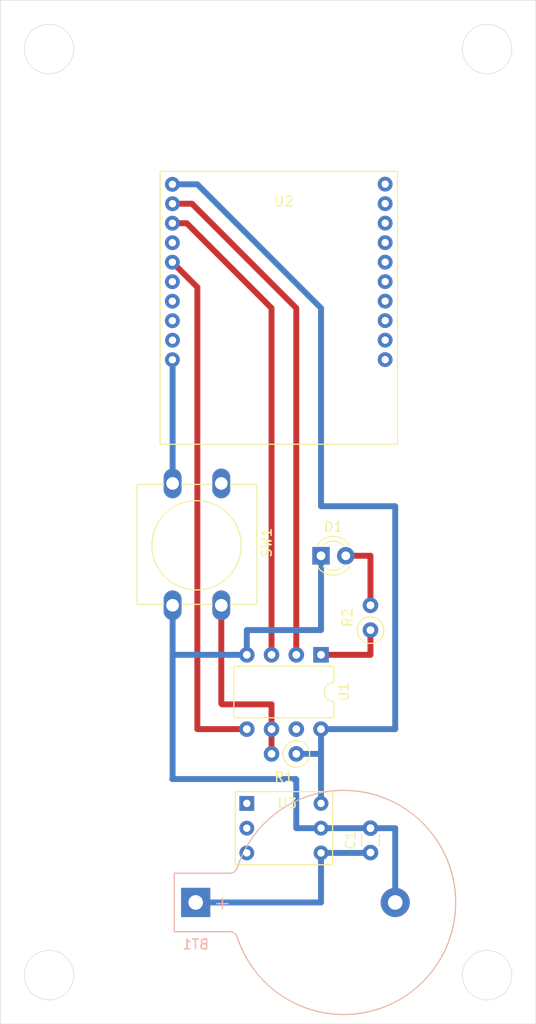
<source format=kicad_pcb>
(kicad_pcb (version 20171130) (host pcbnew "(5.1.10)-1")

  (general
    (thickness 1.6)
    (drawings 8)
    (tracks 48)
    (zones 0)
    (modules 9)
    (nets 29)
  )

  (page A4)
  (layers
    (0 F.Cu signal)
    (31 B.Cu signal)
    (32 B.Adhes user)
    (33 F.Adhes user)
    (34 B.Paste user)
    (35 F.Paste user)
    (36 B.SilkS user)
    (37 F.SilkS user)
    (38 B.Mask user)
    (39 F.Mask user)
    (40 Dwgs.User user)
    (41 Cmts.User user)
    (42 Eco1.User user)
    (43 Eco2.User user)
    (44 Edge.Cuts user)
    (45 Margin user)
    (46 B.CrtYd user)
    (47 F.CrtYd user)
    (48 B.Fab user)
    (49 F.Fab user)
  )

  (setup
    (last_trace_width 0.6096)
    (user_trace_width 0.508)
    (user_trace_width 0.6096)
    (trace_clearance 0.2)
    (zone_clearance 0.508)
    (zone_45_only no)
    (trace_min 0.2)
    (via_size 0.8)
    (via_drill 0.4)
    (via_min_size 0.4)
    (via_min_drill 0.3)
    (uvia_size 0.3)
    (uvia_drill 0.1)
    (uvias_allowed no)
    (uvia_min_size 0.2)
    (uvia_min_drill 0.1)
    (edge_width 0.05)
    (segment_width 0.2)
    (pcb_text_width 0.3)
    (pcb_text_size 1.5 1.5)
    (mod_edge_width 0.12)
    (mod_text_size 1 1)
    (mod_text_width 0.15)
    (pad_size 1.524 1.524)
    (pad_drill 0.762)
    (pad_to_mask_clearance 0)
    (aux_axis_origin 0 0)
    (grid_origin 53.34 152.4)
    (visible_elements 7FFFFFFF)
    (pcbplotparams
      (layerselection 0x010fc_ffffffff)
      (usegerberextensions false)
      (usegerberattributes true)
      (usegerberadvancedattributes true)
      (creategerberjobfile true)
      (excludeedgelayer true)
      (linewidth 0.100000)
      (plotframeref false)
      (viasonmask false)
      (mode 1)
      (useauxorigin false)
      (hpglpennumber 1)
      (hpglpenspeed 20)
      (hpglpendiameter 15.000000)
      (psnegative false)
      (psa4output false)
      (plotreference true)
      (plotvalue true)
      (plotinvisibletext false)
      (padsonsilk false)
      (subtractmaskfromsilk false)
      (outputformat 1)
      (mirror false)
      (drillshape 1)
      (scaleselection 1)
      (outputdirectory ""))
  )

  (net 0 "")
  (net 1 GND)
  (net 2 +3V3)
  (net 3 /TX)
  (net 4 /RX)
  (net 5 /RESET)
  (net 6 +BATT)
  (net 7 "Net-(D1-Pad2)")
  (net 8 /BTN1)
  (net 9 /LED1)
  (net 10 "Net-(U1-Pad7)")
  (net 11 "Net-(U2-Pad4)")
  (net 12 "Net-(U2-Pad6)")
  (net 13 "Net-(U2-Pad7)")
  (net 14 "Net-(U2-Pad8)")
  (net 15 "Net-(U2-Pad9)")
  (net 16 "Net-(U2-Pad11)")
  (net 17 "Net-(U2-Pad12)")
  (net 18 "Net-(U2-Pad13)")
  (net 19 "Net-(U2-Pad14)")
  (net 20 "Net-(U2-Pad15)")
  (net 21 "Net-(U2-Pad16)")
  (net 22 "Net-(U2-Pad17)")
  (net 23 "Net-(U2-Pad18)")
  (net 24 "Net-(U2-Pad19)")
  (net 25 "Net-(U2-Pad20)")
  (net 26 "Net-(U3-Pad3)")
  (net 27 "Net-(U3-Pad2)")
  (net 28 "Net-(U3-Pad1)")

  (net_class Default "これはデフォルトのネット クラスです。"
    (clearance 0.2)
    (trace_width 0.25)
    (via_dia 0.8)
    (via_drill 0.4)
    (uvia_dia 0.3)
    (uvia_drill 0.1)
    (add_net +3V3)
    (add_net +BATT)
    (add_net /BTN1)
    (add_net /LED1)
    (add_net /RESET)
    (add_net /RX)
    (add_net /TX)
    (add_net GND)
    (add_net "Net-(D1-Pad2)")
    (add_net "Net-(U1-Pad7)")
    (add_net "Net-(U2-Pad11)")
    (add_net "Net-(U2-Pad12)")
    (add_net "Net-(U2-Pad13)")
    (add_net "Net-(U2-Pad14)")
    (add_net "Net-(U2-Pad15)")
    (add_net "Net-(U2-Pad16)")
    (add_net "Net-(U2-Pad17)")
    (add_net "Net-(U2-Pad18)")
    (add_net "Net-(U2-Pad19)")
    (add_net "Net-(U2-Pad20)")
    (add_net "Net-(U2-Pad4)")
    (add_net "Net-(U2-Pad6)")
    (add_net "Net-(U2-Pad7)")
    (add_net "Net-(U2-Pad8)")
    (add_net "Net-(U2-Pad9)")
    (add_net "Net-(U3-Pad1)")
    (add_net "Net-(U3-Pad2)")
    (add_net "Net-(U3-Pad3)")
  )

  (module Battery:BatteryHolder_Keystone_103_1x20mm (layer B.Cu) (tedit 5787C32C) (tstamp 6105DA38)
    (at 68.41 154.94)
    (descr http://www.keyelco.com/product-pdf.cfm?p=719)
    (tags "Keystone type 103 battery holder")
    (path /60FEA297)
    (fp_text reference BT1 (at 0 4.3) (layer B.SilkS)
      (effects (font (size 1 1) (thickness 0.15)) (justify mirror))
    )
    (fp_text value Battery_Cell (at 15 -13) (layer B.Fab)
      (effects (font (size 1 1) (thickness 0.15)) (justify mirror))
    )
    (fp_arc (start -1.7 2.5) (end -2.1 2.5) (angle -90) (layer B.Fab) (width 0.1))
    (fp_arc (start -1.7 -2.5) (end -2.1 -2.5) (angle 90) (layer B.Fab) (width 0.1))
    (fp_arc (start 16.2 0) (end 16.2 1.3) (angle -180) (layer B.Fab) (width 0.1))
    (fp_arc (start 3.5 3.8) (end 3.5 2.9) (angle 70) (layer B.Fab) (width 0.1))
    (fp_arc (start 15.2 0) (end 5.2 1.3) (angle -180) (layer B.Fab) (width 0.1))
    (fp_arc (start 15.2 0) (end 9 1.3) (angle -170) (layer B.Fab) (width 0.1))
    (fp_arc (start 15.2 0) (end 13.3 1.3) (angle -150) (layer B.Fab) (width 0.1))
    (fp_arc (start 15.2 0) (end 13.3 -1.3) (angle 150) (layer B.Fab) (width 0.1))
    (fp_arc (start 15.2 0) (end 9 -1.3) (angle 170) (layer B.Fab) (width 0.1))
    (fp_arc (start 15.2 0) (end 5.2 -1.3) (angle 180) (layer B.Fab) (width 0.1))
    (fp_arc (start 15.2 0) (end 4.35 3.5) (angle -162.5) (layer B.Fab) (width 0.1))
    (fp_arc (start 15.2 0) (end 4.35 -3.5) (angle 162.5) (layer B.Fab) (width 0.1))
    (fp_arc (start 3.5 -3.8) (end 3.5 -2.9) (angle -70) (layer B.Fab) (width 0.1))
    (fp_arc (start 3.5 3.8) (end 3.5 3) (angle 70) (layer B.SilkS) (width 0.12))
    (fp_arc (start 15.2 0) (end 4.25 3.5) (angle -162.5) (layer B.SilkS) (width 0.12))
    (fp_arc (start 3.5 -3.8) (end 3.5 -3) (angle -70) (layer B.SilkS) (width 0.12))
    (fp_arc (start 15.2 0) (end 4.25 -3.5) (angle 162.5) (layer B.SilkS) (width 0.12))
    (fp_arc (start 3.5 3.8) (end 3.5 3.25) (angle 70) (layer B.CrtYd) (width 0.05))
    (fp_arc (start 3.5 -3.8) (end 3.5 -3.25) (angle -70) (layer B.CrtYd) (width 0.05))
    (fp_arc (start 15.2 0) (end 4.01 3.6) (angle -162.5) (layer B.CrtYd) (width 0.05))
    (fp_arc (start 15.2 0) (end 4.01 -3.6) (angle 162.5) (layer B.CrtYd) (width 0.05))
    (fp_text user %R (at 0 0) (layer B.Fab)
      (effects (font (size 1 1) (thickness 0.15)) (justify mirror))
    )
    (fp_text user + (at 2.75 0) (layer B.SilkS)
      (effects (font (size 1.5 1.5) (thickness 0.15)) (justify mirror))
    )
    (fp_line (start -2.45 3.25) (end 3.5 3.25) (layer B.CrtYd) (width 0.05))
    (fp_line (start -2.45 -3.25) (end 3.5 -3.25) (layer B.CrtYd) (width 0.05))
    (fp_line (start -2.45 -3.25) (end -2.45 3.25) (layer B.CrtYd) (width 0.05))
    (fp_line (start -2.2 3) (end 3.5 3) (layer B.SilkS) (width 0.12))
    (fp_line (start -2.2 -3) (end -2.2 3) (layer B.SilkS) (width 0.12))
    (fp_line (start -2.2 -3) (end 3.5 -3) (layer B.SilkS) (width 0.12))
    (fp_line (start 23.5712 -7.7216) (end 22.6568 -6.8834) (layer B.Fab) (width 0.1))
    (fp_line (start 23.5712 7.7216) (end 22.6314 6.858) (layer B.Fab) (width 0.1))
    (fp_line (start 3.5306 2.9) (end -1.7 2.9) (layer B.Fab) (width 0.1))
    (fp_line (start -1.7 -2.9) (end 3.5306 -2.9) (layer B.Fab) (width 0.1))
    (fp_line (start -2.1 2.5) (end -2.1 -2.5) (layer B.Fab) (width 0.1))
    (fp_line (start 0 -1.3) (end 16.2 -1.3) (layer B.Fab) (width 0.1))
    (fp_line (start 16.2 1.3) (end 0 1.3) (layer B.Fab) (width 0.1))
    (fp_line (start 0 1.3) (end 0 -1.3) (layer B.Fab) (width 0.1))
    (pad 1 thru_hole rect (at 0 0) (size 3 3) (drill 1.5) (layers *.Cu *.Mask)
      (net 6 +BATT))
    (pad 2 thru_hole circle (at 20.49 0) (size 3 3) (drill 1.5) (layers *.Cu *.Mask)
      (net 1 GND))
    (model ${KISYS3DMOD}/Battery.3dshapes/BatteryHolder_Keystone_103_1x20mm.wrl
      (at (xyz 0 0 0))
      (scale (xyz 1 1 1))
      (rotate (xyz 0 0 0))
    )
  )

  (module em920:AE-XCL102D333CR-G (layer F.Cu) (tedit 61056A98) (tstamp 6105D24D)
    (at 73.66 144.78)
    (path /6105883F)
    (fp_text reference U3 (at 4.15 0) (layer F.SilkS)
      (effects (font (size 1 1) (thickness 0.15)))
    )
    (fp_text value AE-XCL102D333CR-G (at 3.81 -2.54) (layer F.Fab) hide
      (effects (font (size 1 1) (thickness 0.15)))
    )
    (fp_line (start -1.19 -1.21) (end 8.81 -1.21) (layer F.SilkS) (width 0.12))
    (fp_line (start 8.81 -1.21) (end 8.81 6.29) (layer F.SilkS) (width 0.12))
    (fp_line (start 8.81 6.29) (end -1.19 6.29) (layer F.SilkS) (width 0.12))
    (fp_line (start -1.19 6.29) (end -1.19 -1.21) (layer F.SilkS) (width 0.12))
    (pad 6 thru_hole circle (at 7.62 0) (size 1.524 1.524) (drill 0.762) (layers *.Cu *.Mask)
      (net 2 +3V3))
    (pad 5 thru_hole circle (at 7.62 2.54) (size 1.524 1.524) (drill 0.762) (layers *.Cu *.Mask)
      (net 1 GND))
    (pad 4 thru_hole circle (at 7.62 5.08) (size 1.524 1.524) (drill 0.762) (layers *.Cu *.Mask)
      (net 6 +BATT))
    (pad 3 thru_hole circle (at 0 5.08) (size 1.524 1.524) (drill 0.762) (layers *.Cu *.Mask)
      (net 26 "Net-(U3-Pad3)"))
    (pad 2 thru_hole circle (at 0 2.54) (size 1.524 1.524) (drill 0.762) (layers *.Cu *.Mask)
      (net 27 "Net-(U3-Pad2)"))
    (pad 1 thru_hole rect (at 0 0) (size 1.524 1.524) (drill 0.762) (layers *.Cu *.Mask)
      (net 28 "Net-(U3-Pad1)"))
  )

  (module Capacitor_THT:C_Disc_D3.0mm_W1.6mm_P2.50mm (layer F.Cu) (tedit 5AE50EF0) (tstamp 60FD4C77)
    (at 86.36 149.82 90)
    (descr "C, Disc series, Radial, pin pitch=2.50mm, , diameter*width=3.0*1.6mm^2, Capacitor, http://www.vishay.com/docs/45233/krseries.pdf")
    (tags "C Disc series Radial pin pitch 2.50mm  diameter 3.0mm width 1.6mm Capacitor")
    (path /60FF4567)
    (fp_text reference C1 (at 1.25 -2.05 90) (layer F.SilkS)
      (effects (font (size 1 1) (thickness 0.15)))
    )
    (fp_text value 0.1uF (at 1.25 2.05 90) (layer F.Fab)
      (effects (font (size 1 1) (thickness 0.15)))
    )
    (fp_line (start 3.55 -1.05) (end -1.05 -1.05) (layer F.CrtYd) (width 0.05))
    (fp_line (start 3.55 1.05) (end 3.55 -1.05) (layer F.CrtYd) (width 0.05))
    (fp_line (start -1.05 1.05) (end 3.55 1.05) (layer F.CrtYd) (width 0.05))
    (fp_line (start -1.05 -1.05) (end -1.05 1.05) (layer F.CrtYd) (width 0.05))
    (fp_line (start 0.621 0.92) (end 1.879 0.92) (layer F.SilkS) (width 0.12))
    (fp_line (start 0.621 -0.92) (end 1.879 -0.92) (layer F.SilkS) (width 0.12))
    (fp_line (start 2.75 -0.8) (end -0.25 -0.8) (layer F.Fab) (width 0.1))
    (fp_line (start 2.75 0.8) (end 2.75 -0.8) (layer F.Fab) (width 0.1))
    (fp_line (start -0.25 0.8) (end 2.75 0.8) (layer F.Fab) (width 0.1))
    (fp_line (start -0.25 -0.8) (end -0.25 0.8) (layer F.Fab) (width 0.1))
    (fp_text user %R (at 1.25 0.04 90) (layer F.Fab)
      (effects (font (size 0.6 0.6) (thickness 0.09)))
    )
    (pad 2 thru_hole circle (at 2.5 0 90) (size 1.6 1.6) (drill 0.8) (layers *.Cu *.Mask)
      (net 1 GND))
    (pad 1 thru_hole circle (at 0 0 90) (size 1.6 1.6) (drill 0.8) (layers *.Cu *.Mask)
      (net 6 +BATT))
    (model ${KISYS3DMOD}/Capacitor_THT.3dshapes/C_Disc_D3.0mm_W1.6mm_P2.50mm.wrl
      (at (xyz 0 0 0))
      (scale (xyz 1 1 1))
      (rotate (xyz 0 0 0))
    )
  )

  (module em920:TY92SS (layer F.Cu) (tedit 60FF40D4) (tstamp 61012565)
    (at 64.77 107.929212)
    (path /61021B87)
    (fp_text reference U2 (at 12.688327 -24.888823) (layer F.SilkS)
      (effects (font (size 1 1) (thickness 0.15)))
    )
    (fp_text value TY92SS (at 12.688327 -26.658823) (layer F.Fab)
      (effects (font (size 1 1) (thickness 0.15)))
    )
    (fp_line (start -0.011673 -27.988823) (end 24.368327 -27.988823) (layer F.SilkS) (width 0.12))
    (fp_line (start -0.011673 0.011177) (end 24.368327 0.011177) (layer F.SilkS) (width 0.12))
    (fp_line (start 24.368327 0.011177) (end 24.368327 -27.988823) (layer F.SilkS) (width 0.12))
    (fp_line (start -0.011673 -27.988823) (end -0.011673 0.011177) (layer F.SilkS) (width 0.12))
    (fp_line (start 2.15 -0.4) (end 22.15 -0.4) (layer Dwgs.User) (width 0.12))
    (fp_line (start 22.15 -0.4) (end 22.15 -39.9) (layer Dwgs.User) (width 0.12))
    (fp_line (start 22.15 -39.9) (end 2.15 -39.9) (layer Dwgs.User) (width 0.12))
    (fp_line (start 2.15 -39.9) (end 2.15 -0.4) (layer Dwgs.User) (width 0.12))
    (fp_line (start 9 -4.9) (end 9 -1.6) (layer Dwgs.User) (width 0.12))
    (fp_line (start 9 -1.6) (end 15.3 -1.6) (layer Dwgs.User) (width 0.12))
    (fp_line (start 15.3 -1.6) (end 15.3 -4.9) (layer Dwgs.User) (width 0.12))
    (fp_line (start 15.3 -4.9) (end 9 -4.9) (layer Dwgs.User) (width 0.12))
    (fp_line (start 12.15 -1.75) (end 12.15 -4.75) (layer Dwgs.User) (width 0.12))
    (fp_line (start 9.15 -3.25) (end 15.15 -3.25) (layer Dwgs.User) (width 0.12))
    (pad 1 thru_hole circle (at 1.245498 -26.649212) (size 1.524 1.524) (drill 0.762) (layers *.Cu *.Mask)
      (net 2 +3V3))
    (pad 2 thru_hole circle (at 1.258327 -24.658823) (size 1.524 1.524) (drill 0.762) (layers *.Cu *.Mask)
      (net 4 /RX))
    (pad 3 thru_hole circle (at 1.245498 -22.658823) (size 1.524 1.524) (drill 0.762) (layers *.Cu *.Mask)
      (net 3 /TX))
    (pad 4 thru_hole circle (at 1.245498 -20.658823) (size 1.524 1.524) (drill 0.762) (layers *.Cu *.Mask)
      (net 11 "Net-(U2-Pad4)"))
    (pad 5 thru_hole circle (at 1.245498 -18.658823) (size 1.524 1.524) (drill 0.762) (layers *.Cu *.Mask)
      (net 5 /RESET))
    (pad 6 thru_hole circle (at 1.245498 -16.658823) (size 1.524 1.524) (drill 0.762) (layers *.Cu *.Mask)
      (net 12 "Net-(U2-Pad6)"))
    (pad 7 thru_hole circle (at 1.245498 -14.658823) (size 1.524 1.524) (drill 0.762) (layers *.Cu *.Mask)
      (net 13 "Net-(U2-Pad7)"))
    (pad 8 thru_hole circle (at 1.245498 -12.658823) (size 1.524 1.524) (drill 0.762) (layers *.Cu *.Mask)
      (net 14 "Net-(U2-Pad8)"))
    (pad 9 thru_hole circle (at 1.258327 -10.658823) (size 1.524 1.524) (drill 0.762) (layers *.Cu *.Mask)
      (net 15 "Net-(U2-Pad9)"))
    (pad 10 thru_hole circle (at 1.245498 -8.658823) (size 1.524 1.524) (drill 0.762) (layers *.Cu *.Mask)
      (net 1 GND))
    (pad 11 thru_hole circle (at 23.096293 -8.667154) (size 1.524 1.524) (drill 0.762) (layers *.Cu *.Mask)
      (net 16 "Net-(U2-Pad11)"))
    (pad 12 thru_hole circle (at 23.096293 -10.667154) (size 1.524 1.524) (drill 0.762) (layers *.Cu *.Mask)
      (net 17 "Net-(U2-Pad12)"))
    (pad 13 thru_hole circle (at 23.096293 -12.667154) (size 1.524 1.524) (drill 0.762) (layers *.Cu *.Mask)
      (net 18 "Net-(U2-Pad13)"))
    (pad 14 thru_hole circle (at 23.096293 -14.667154) (size 1.524 1.524) (drill 0.762) (layers *.Cu *.Mask)
      (net 19 "Net-(U2-Pad14)"))
    (pad 15 thru_hole circle (at 23.096293 -16.667154) (size 1.524 1.524) (drill 0.762) (layers *.Cu *.Mask)
      (net 20 "Net-(U2-Pad15)"))
    (pad 16 thru_hole circle (at 23.096293 -18.667154) (size 1.524 1.524) (drill 0.762) (layers *.Cu *.Mask)
      (net 21 "Net-(U2-Pad16)"))
    (pad 17 thru_hole circle (at 23.096293 -20.667154) (size 1.524 1.524) (drill 0.762) (layers *.Cu *.Mask)
      (net 22 "Net-(U2-Pad17)"))
    (pad 18 thru_hole circle (at 23.096293 -22.667154) (size 1.524 1.524) (drill 0.762) (layers *.Cu *.Mask)
      (net 23 "Net-(U2-Pad18)"))
    (pad 19 thru_hole circle (at 23.096293 -24.667154) (size 1.524 1.524) (drill 0.762) (layers *.Cu *.Mask)
      (net 24 "Net-(U2-Pad19)"))
    (pad 20 thru_hole circle (at 23.096293 -26.667154) (size 1.524 1.524) (drill 0.762) (layers *.Cu *.Mask)
      (net 25 "Net-(U2-Pad20)"))
  )

  (module Resistor_THT:R_Axial_DIN0207_L6.3mm_D2.5mm_P2.54mm_Vertical (layer F.Cu) (tedit 5AE5139B) (tstamp 60FFFF35)
    (at 86.36 127 90)
    (descr "Resistor, Axial_DIN0207 series, Axial, Vertical, pin pitch=2.54mm, 0.25W = 1/4W, length*diameter=6.3*2.5mm^2, http://cdn-reichelt.de/documents/datenblatt/B400/1_4W%23YAG.pdf")
    (tags "Resistor Axial_DIN0207 series Axial Vertical pin pitch 2.54mm 0.25W = 1/4W length 6.3mm diameter 2.5mm")
    (path /60FD87B4)
    (fp_text reference R2 (at 1.27 -2.37 90) (layer F.SilkS)
      (effects (font (size 1 1) (thickness 0.15)))
    )
    (fp_text value R (at 1.27 2.37 90) (layer F.Fab)
      (effects (font (size 1 1) (thickness 0.15)))
    )
    (fp_line (start 3.59 -1.5) (end -1.5 -1.5) (layer F.CrtYd) (width 0.05))
    (fp_line (start 3.59 1.5) (end 3.59 -1.5) (layer F.CrtYd) (width 0.05))
    (fp_line (start -1.5 1.5) (end 3.59 1.5) (layer F.CrtYd) (width 0.05))
    (fp_line (start -1.5 -1.5) (end -1.5 1.5) (layer F.CrtYd) (width 0.05))
    (fp_line (start 1.37 0) (end 1.44 0) (layer F.SilkS) (width 0.12))
    (fp_line (start 0 0) (end 2.54 0) (layer F.Fab) (width 0.1))
    (fp_circle (center 0 0) (end 1.37 0) (layer F.SilkS) (width 0.12))
    (fp_circle (center 0 0) (end 1.25 0) (layer F.Fab) (width 0.1))
    (fp_text user %R (at 1.27 -2.37 90) (layer F.Fab)
      (effects (font (size 1 1) (thickness 0.15)))
    )
    (pad 2 thru_hole oval (at 2.54 0 90) (size 1.6 1.6) (drill 0.8) (layers *.Cu *.Mask)
      (net 7 "Net-(D1-Pad2)"))
    (pad 1 thru_hole circle (at 0 0 90) (size 1.6 1.6) (drill 0.8) (layers *.Cu *.Mask)
      (net 9 /LED1))
    (model ${KISYS3DMOD}/Resistor_THT.3dshapes/R_Axial_DIN0207_L6.3mm_D2.5mm_P2.54mm_Vertical.wrl
      (at (xyz 0 0 0))
      (scale (xyz 1 1 1))
      (rotate (xyz 0 0 0))
    )
  )

  (module Button_Switch_THT:SW_PUSH-12mm (layer F.Cu) (tedit 5D160D14) (tstamp 610032F1)
    (at 71.04 111.96 270)
    (descr "SW PUSH 12mm https://www.e-switch.com/system/asset/product_line/data_sheet/143/TL1100.pdf")
    (tags "tact sw push 12mm")
    (path /6102EB4C)
    (fp_text reference SW1 (at 6.08 -4.66 90) (layer F.SilkS)
      (effects (font (size 1 1) (thickness 0.15)))
    )
    (fp_text value SW_Push (at 6.62 9.93 90) (layer F.Fab)
      (effects (font (size 1 1) (thickness 0.15)))
    )
    (fp_line (start 0.25 8.5) (end 12.25 8.5) (layer F.Fab) (width 0.1))
    (fp_line (start 0.25 -3.5) (end 12.25 -3.5) (layer F.Fab) (width 0.1))
    (fp_line (start 12.25 -3.5) (end 12.25 8.5) (layer F.Fab) (width 0.1))
    (fp_line (start 0.1 -3.65) (end 12.4 -3.65) (layer F.SilkS) (width 0.12))
    (fp_line (start 12.4 0.93) (end 12.4 4.07) (layer F.SilkS) (width 0.12))
    (fp_line (start 12.4 8.65) (end 0.1 8.65) (layer F.SilkS) (width 0.12))
    (fp_line (start 0.1 -0.93) (end 0.1 -3.65) (layer F.SilkS) (width 0.12))
    (fp_line (start -1.77 -3.75) (end 14.25 -3.75) (layer F.CrtYd) (width 0.05))
    (fp_line (start -1.77 -3.75) (end -1.77 8.75) (layer F.CrtYd) (width 0.05))
    (fp_line (start 14.25 8.75) (end 14.25 -3.75) (layer F.CrtYd) (width 0.05))
    (fp_line (start 14.25 8.75) (end -1.77 8.75) (layer F.CrtYd) (width 0.05))
    (fp_circle (center 6.35 2.54) (end 10.16 5.08) (layer F.SilkS) (width 0.12))
    (fp_line (start 0.25 -3.5) (end 0.25 8.5) (layer F.Fab) (width 0.1))
    (fp_line (start 0.1 8.65) (end 0.1 5.93) (layer F.SilkS) (width 0.12))
    (fp_line (start 0.1 4.07) (end 0.1 0.93) (layer F.SilkS) (width 0.12))
    (fp_line (start 12.4 5.93) (end 12.4 8.65) (layer F.SilkS) (width 0.12))
    (fp_line (start 12.4 -3.65) (end 12.4 -0.93) (layer F.SilkS) (width 0.12))
    (fp_text user %R (at 6.35 2.54 90) (layer F.Fab)
      (effects (font (size 1 1) (thickness 0.15)))
    )
    (pad 2 thru_hole oval (at 0 5 270) (size 3.048 1.85) (drill 1.3) (layers *.Cu *.Mask)
      (net 1 GND))
    (pad 1 thru_hole oval (at 0 0 270) (size 3.048 1.85) (drill 1.3) (layers *.Cu *.Mask)
      (net 8 /BTN1))
    (pad 2 thru_hole oval (at 12.5 5 270) (size 3.048 1.85) (drill 1.3) (layers *.Cu *.Mask)
      (net 1 GND))
    (pad 1 thru_hole oval (at 12.5 0 270) (size 3.048 1.85) (drill 1.3) (layers *.Cu *.Mask)
      (net 8 /BTN1))
    (model ${KISYS3DMOD}/Button_Switch_THT.3dshapes/SW_PUSH-12mm.wrl
      (at (xyz 0 0 0))
      (scale (xyz 1 1 1))
      (rotate (xyz 0 0 0))
    )
  )

  (module LED_THT:LED_D3.0mm_FlatTop (layer F.Cu) (tedit 5880A862) (tstamp 60FFFF17)
    (at 81.28 119.38)
    (descr "LED, Round, FlatTop, diameter 3.0mm, 2 pins, http://www.kingbright.com/attachments/file/psearch/000/00/00/L-47XEC(Ver.9A).pdf")
    (tags "LED Round FlatTop diameter 3.0mm 2 pins")
    (path /6102F5AF)
    (fp_text reference D1 (at 1.27 -2.96) (layer F.SilkS)
      (effects (font (size 1 1) (thickness 0.15)))
    )
    (fp_text value LED (at 1.27 2.96 180) (layer F.Fab)
      (effects (font (size 1 1) (thickness 0.15)))
    )
    (fp_line (start 3.7 -2.25) (end -1.15 -2.25) (layer F.CrtYd) (width 0.05))
    (fp_line (start 3.7 2.25) (end 3.7 -2.25) (layer F.CrtYd) (width 0.05))
    (fp_line (start -1.15 2.25) (end 3.7 2.25) (layer F.CrtYd) (width 0.05))
    (fp_line (start -1.15 -2.25) (end -1.15 2.25) (layer F.CrtYd) (width 0.05))
    (fp_line (start -0.29 1.08) (end -0.29 1.236) (layer F.SilkS) (width 0.12))
    (fp_line (start -0.29 -1.236) (end -0.29 -1.08) (layer F.SilkS) (width 0.12))
    (fp_line (start -0.23 -1.16619) (end -0.23 1.16619) (layer F.Fab) (width 0.1))
    (fp_circle (center 1.27 0) (end 2.77 0) (layer F.Fab) (width 0.1))
    (fp_arc (start 1.27 0) (end 0.229039 1.08) (angle -87.9) (layer F.SilkS) (width 0.12))
    (fp_arc (start 1.27 0) (end 0.229039 -1.08) (angle 87.9) (layer F.SilkS) (width 0.12))
    (fp_arc (start 1.27 0) (end -0.29 1.235516) (angle -108.8) (layer F.SilkS) (width 0.12))
    (fp_arc (start 1.27 0) (end -0.29 -1.235516) (angle 108.8) (layer F.SilkS) (width 0.12))
    (fp_arc (start 1.27 0) (end -0.23 -1.16619) (angle 284.3) (layer F.Fab) (width 0.1))
    (pad 2 thru_hole circle (at 2.54 0) (size 1.8 1.8) (drill 0.9) (layers *.Cu *.Mask)
      (net 7 "Net-(D1-Pad2)"))
    (pad 1 thru_hole rect (at 0 0) (size 1.8 1.8) (drill 0.9) (layers *.Cu *.Mask)
      (net 1 GND))
    (model ${KISYS3DMOD}/LED_THT.3dshapes/LED_D3.0mm_FlatTop.wrl
      (at (xyz 0 0 0))
      (scale (xyz 1 1 1))
      (rotate (xyz 0 0 0))
    )
  )

  (module Resistor_THT:R_Axial_DIN0207_L6.3mm_D2.5mm_P2.54mm_Vertical (layer F.Cu) (tedit 5AE5139B) (tstamp 60FFFF26)
    (at 78.74 139.7 180)
    (descr "Resistor, Axial_DIN0207 series, Axial, Vertical, pin pitch=2.54mm, 0.25W = 1/4W, length*diameter=6.3*2.5mm^2, http://cdn-reichelt.de/documents/datenblatt/B400/1_4W%23YAG.pdf")
    (tags "Resistor Axial_DIN0207 series Axial Vertical pin pitch 2.54mm 0.25W = 1/4W length 6.3mm diameter 2.5mm")
    (path /60FD6270)
    (fp_text reference R1 (at 1.27 -2.37) (layer F.SilkS)
      (effects (font (size 1 1) (thickness 0.15)))
    )
    (fp_text value 1kΩ (at 1.27 2.37) (layer F.Fab)
      (effects (font (size 1 1) (thickness 0.15)))
    )
    (fp_line (start 3.59 -1.5) (end -1.5 -1.5) (layer F.CrtYd) (width 0.05))
    (fp_line (start 3.59 1.5) (end 3.59 -1.5) (layer F.CrtYd) (width 0.05))
    (fp_line (start -1.5 1.5) (end 3.59 1.5) (layer F.CrtYd) (width 0.05))
    (fp_line (start -1.5 -1.5) (end -1.5 1.5) (layer F.CrtYd) (width 0.05))
    (fp_line (start 1.37 0) (end 1.44 0) (layer F.SilkS) (width 0.12))
    (fp_line (start 0 0) (end 2.54 0) (layer F.Fab) (width 0.1))
    (fp_circle (center 0 0) (end 1.37 0) (layer F.SilkS) (width 0.12))
    (fp_circle (center 0 0) (end 1.25 0) (layer F.Fab) (width 0.1))
    (fp_text user %R (at 1.27 -2.37) (layer F.Fab)
      (effects (font (size 1 1) (thickness 0.15)))
    )
    (pad 2 thru_hole oval (at 2.54 0 180) (size 1.6 1.6) (drill 0.8) (layers *.Cu *.Mask)
      (net 8 /BTN1))
    (pad 1 thru_hole circle (at 0 0 180) (size 1.6 1.6) (drill 0.8) (layers *.Cu *.Mask)
      (net 2 +3V3))
    (model ${KISYS3DMOD}/Resistor_THT.3dshapes/R_Axial_DIN0207_L6.3mm_D2.5mm_P2.54mm_Vertical.wrl
      (at (xyz 0 0 0))
      (scale (xyz 1 1 1))
      (rotate (xyz 0 0 0))
    )
  )

  (module Package_DIP:DIP-8_W7.62mm (layer F.Cu) (tedit 5A02E8C5) (tstamp 60FD21F6)
    (at 81.28 129.54 270)
    (descr "8-lead though-hole mounted DIP package, row spacing 7.62 mm (300 mils)")
    (tags "THT DIP DIL PDIP 2.54mm 7.62mm 300mil")
    (path /60FBF9F7)
    (fp_text reference U1 (at 3.81 -2.33 90) (layer F.SilkS)
      (effects (font (size 1 1) (thickness 0.15)))
    )
    (fp_text value ATtiny85-20PU (at 3.81 9.95 90) (layer F.Fab)
      (effects (font (size 1 1) (thickness 0.15)))
    )
    (fp_line (start 1.635 -1.27) (end 6.985 -1.27) (layer F.Fab) (width 0.1))
    (fp_line (start 6.985 -1.27) (end 6.985 8.89) (layer F.Fab) (width 0.1))
    (fp_line (start 6.985 8.89) (end 0.635 8.89) (layer F.Fab) (width 0.1))
    (fp_line (start 0.635 8.89) (end 0.635 -0.27) (layer F.Fab) (width 0.1))
    (fp_line (start 0.635 -0.27) (end 1.635 -1.27) (layer F.Fab) (width 0.1))
    (fp_line (start 2.81 -1.33) (end 1.16 -1.33) (layer F.SilkS) (width 0.12))
    (fp_line (start 1.16 -1.33) (end 1.16 8.95) (layer F.SilkS) (width 0.12))
    (fp_line (start 1.16 8.95) (end 6.46 8.95) (layer F.SilkS) (width 0.12))
    (fp_line (start 6.46 8.95) (end 6.46 -1.33) (layer F.SilkS) (width 0.12))
    (fp_line (start 6.46 -1.33) (end 4.81 -1.33) (layer F.SilkS) (width 0.12))
    (fp_line (start -1.1 -1.55) (end -1.1 9.15) (layer F.CrtYd) (width 0.05))
    (fp_line (start -1.1 9.15) (end 8.7 9.15) (layer F.CrtYd) (width 0.05))
    (fp_line (start 8.7 9.15) (end 8.7 -1.55) (layer F.CrtYd) (width 0.05))
    (fp_line (start 8.7 -1.55) (end -1.1 -1.55) (layer F.CrtYd) (width 0.05))
    (fp_arc (start 3.81 -1.33) (end 2.81 -1.33) (angle -180) (layer F.SilkS) (width 0.12))
    (fp_text user %R (at 3.81 3.81 90) (layer F.Fab)
      (effects (font (size 1 1) (thickness 0.15)))
    )
    (pad 1 thru_hole rect (at 0 0 270) (size 1.6 1.6) (drill 0.8) (layers *.Cu *.Mask)
      (net 9 /LED1))
    (pad 5 thru_hole oval (at 7.62 7.62 270) (size 1.6 1.6) (drill 0.8) (layers *.Cu *.Mask)
      (net 5 /RESET))
    (pad 2 thru_hole oval (at 0 2.54 270) (size 1.6 1.6) (drill 0.8) (layers *.Cu *.Mask)
      (net 4 /RX))
    (pad 6 thru_hole oval (at 7.62 5.08 270) (size 1.6 1.6) (drill 0.8) (layers *.Cu *.Mask)
      (net 8 /BTN1))
    (pad 3 thru_hole oval (at 0 5.08 270) (size 1.6 1.6) (drill 0.8) (layers *.Cu *.Mask)
      (net 3 /TX))
    (pad 7 thru_hole oval (at 7.62 2.54 270) (size 1.6 1.6) (drill 0.8) (layers *.Cu *.Mask)
      (net 10 "Net-(U1-Pad7)"))
    (pad 4 thru_hole oval (at 0 7.62 270) (size 1.6 1.6) (drill 0.8) (layers *.Cu *.Mask)
      (net 1 GND))
    (pad 8 thru_hole oval (at 7.62 0 270) (size 1.6 1.6) (drill 0.8) (layers *.Cu *.Mask)
      (net 2 +3V3))
    (model ${KISYS3DMOD}/Package_DIP.3dshapes/DIP-8_W7.62mm.wrl
      (at (xyz 0 0 0))
      (scale (xyz 1 1 1))
      (rotate (xyz 0 0 0))
    )
  )

  (gr_line (start 48.34 62.4) (end 48.34 167.4) (layer Edge.Cuts) (width 0.05) (tstamp 61013903))
  (gr_line (start 103.34 62.4) (end 48.34 62.4) (layer Edge.Cuts) (width 0.05))
  (gr_line (start 103.34 167.4) (end 103.34 62.4) (layer Edge.Cuts) (width 0.05))
  (gr_line (start 48.34 167.4) (end 103.34 167.4) (layer Edge.Cuts) (width 0.05))
  (gr_circle (center 98.34 162.4) (end 98.34 159.86) (layer Edge.Cuts) (width 0.05))
  (gr_circle (center 98.34 67.4) (end 98.34 69.94) (layer Edge.Cuts) (width 0.05))
  (gr_circle (center 53.34 67.4) (end 53.34 69.94) (layer Edge.Cuts) (width 0.05))
  (gr_circle (center 53.34 162.4) (end 55.88 162.4) (layer Edge.Cuts) (width 0.05))

  (segment (start 73.66 129.54) (end 66.04 129.54) (width 0.6096) (layer B.Cu) (net 1))
  (segment (start 66.04 129.54) (end 66.04 124.46) (width 0.6096) (layer B.Cu) (net 1))
  (segment (start 81.28 119.38) (end 81.28 127) (width 0.6096) (layer B.Cu) (net 1))
  (segment (start 81.28 127) (end 73.66 127) (width 0.6096) (layer B.Cu) (net 1))
  (segment (start 73.66 127) (end 73.66 129.54) (width 0.6096) (layer B.Cu) (net 1))
  (segment (start 66.04 129.54) (end 66.04 142.24) (width 0.6096) (layer B.Cu) (net 1))
  (segment (start 66.04 99.294891) (end 66.015498 99.270389) (width 0.6096) (layer B.Cu) (net 1))
  (segment (start 66.04 111.96) (end 66.04 99.294891) (width 0.6096) (layer B.Cu) (net 1))
  (segment (start 66 142.28) (end 66.04 142.24) (width 0.6096) (layer B.Cu) (net 1))
  (segment (start 66 142.28) (end 78.7 142.28) (width 0.6096) (layer B.Cu) (net 1))
  (segment (start 78.7 142.28) (end 78.74 142.32) (width 0.6096) (layer B.Cu) (net 1))
  (segment (start 78.74 142.32) (end 78.74 147.32) (width 0.6096) (layer B.Cu) (net 1))
  (segment (start 78.74 147.32) (end 81.28 147.32) (width 0.6096) (layer B.Cu) (net 1))
  (segment (start 81.28 147.32) (end 86.36 147.32) (width 0.6096) (layer B.Cu) (net 1))
  (segment (start 86.36 147.32) (end 88.9 147.32) (width 0.6096) (layer B.Cu) (net 1))
  (segment (start 88.9 147.32) (end 88.9 154.94) (width 0.6096) (layer B.Cu) (net 1))
  (segment (start 78.74 139.7) (end 81.28 139.7) (width 0.6096) (layer B.Cu) (net 2))
  (segment (start 88.9 137.16) (end 81.28 137.16) (width 0.6096) (layer B.Cu) (net 2))
  (segment (start 81.28 93.98) (end 81.28 114.3) (width 0.6096) (layer B.Cu) (net 2))
  (segment (start 88.9 114.3) (end 88.9 137.16) (width 0.6096) (layer B.Cu) (net 2))
  (segment (start 81.28 114.3) (end 88.9 114.3) (width 0.6096) (layer B.Cu) (net 2))
  (segment (start 68.58 81.28) (end 81.28 93.98) (width 0.6096) (layer B.Cu) (net 2))
  (segment (start 66.015498 81.28) (end 68.58 81.28) (width 0.6096) (layer B.Cu) (net 2))
  (segment (start 81.28 144.78) (end 81.28 139.7) (width 0.6096) (layer B.Cu) (net 2))
  (segment (start 81.28 137.16) (end 81.28 139.7) (width 0.6096) (layer B.Cu) (net 2))
  (segment (start 76.2 127) (end 76.2 129.54) (width 0.6096) (layer F.Cu) (net 3))
  (segment (start 76.2 93.98) (end 76.2 127) (width 0.6096) (layer F.Cu) (net 3))
  (segment (start 67.490389 85.270389) (end 76.2 93.98) (width 0.6096) (layer F.Cu) (net 3))
  (segment (start 66.015498 85.270389) (end 67.490389 85.270389) (width 0.6096) (layer F.Cu) (net 3))
  (segment (start 78.74 97.248348) (end 78.74 129.54) (width 0.6096) (layer F.Cu) (net 4))
  (segment (start 66.028327 83.270389) (end 68.030389 83.270389) (width 0.6096) (layer F.Cu) (net 4))
  (segment (start 78.74 93.98) (end 78.74 97.248348) (width 0.6096) (layer F.Cu) (net 4))
  (segment (start 68.030389 83.270389) (end 78.74 93.98) (width 0.6096) (layer F.Cu) (net 4))
  (segment (start 68.58 137.16) (end 73.66 137.16) (width 0.6096) (layer F.Cu) (net 5))
  (segment (start 66.015498 89.270389) (end 68.58 91.834891) (width 0.6096) (layer F.Cu) (net 5))
  (segment (start 68.58 91.834891) (end 68.58 137.16) (width 0.6096) (layer F.Cu) (net 5))
  (segment (start 81.28 154.94) (end 81.28 149.86) (width 0.6096) (layer B.Cu) (net 6))
  (segment (start 81.28 149.86) (end 86.36 149.86) (width 0.6096) (layer B.Cu) (net 6))
  (segment (start 81.28 154.94) (end 68.58 154.94) (width 0.6096) (layer B.Cu) (net 6))
  (segment (start 83.82 119.38) (end 86.36 119.38) (width 0.6096) (layer F.Cu) (net 7))
  (segment (start 86.36 119.38) (end 86.36 124.46) (width 0.6096) (layer F.Cu) (net 7))
  (segment (start 71.04 124.46) (end 71.04 134.54) (width 0.6096) (layer F.Cu) (net 8))
  (segment (start 71.12 134.62) (end 76.2 134.62) (width 0.6096) (layer F.Cu) (net 8))
  (segment (start 71.04 134.54) (end 71.12 134.62) (width 0.6096) (layer F.Cu) (net 8))
  (segment (start 76.2 137.16) (end 76.2 134.62) (width 0.6096) (layer F.Cu) (net 8))
  (segment (start 76.2 139.7) (end 76.2 137.16) (width 0.6096) (layer F.Cu) (net 8))
  (segment (start 86.36 127) (end 86.36 129.54) (width 0.6096) (layer F.Cu) (net 9))
  (segment (start 86.36 129.54) (end 81.28 129.54) (width 0.6096) (layer F.Cu) (net 9))

)

</source>
